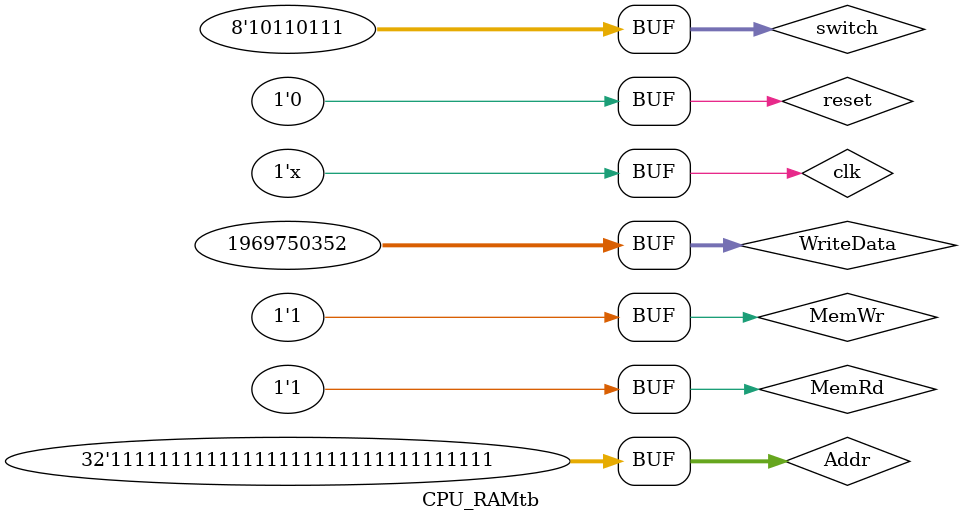
<source format=v>
module CPU_RAMtb;
  reg clk,reset,MemRd,MemWr;
  reg[7:0] switch;
  reg[31:0] Addr,WriteData;
  wire[31:0] ReadData;
  wire[3:0] AN;
  wire[7:0] digital,led;
  wire inter;
CPU_RAM ram(clk,reset,switch,Addr,WriteData,MemRd,MemWr,ReadData,led,AN,digital,inter);
  always #5 clk=~clk;
  initial begin
    clk=1; reset=0; MemRd=0; MemWr=1;
    switch=8'b10110111;
    WriteData=32'b0111_0101_0110_1000_0000_0001_0101_0000;
    Addr=32'b0000_0000_0000_0000_0000_0000_0000_0000;
    #10 MemRd=1;
    #10 Addr=32'b0100_0000_0000_0000_0000_0000_0000_0000;
    #10 Addr=32'b0100_0000_0000_0000_0000_0000_0000_0100;
    #10 Addr=32'b0100_0000_0000_0000_0000_0000_0000_1000;
    #10 Addr=32'b0100_0000_0000_0000_0000_0000_0000_1100;
    #10 Addr=32'b0100_0000_0000_0000_0000_0000_0001_0000;
    #10 Addr=32'b0100_0000_0000_0000_0000_0000_0001_0100;
    #10 Addr=32'b1111_1111_1111_1111_1111_1111_1111_1111;
   end
endmodule
</source>
